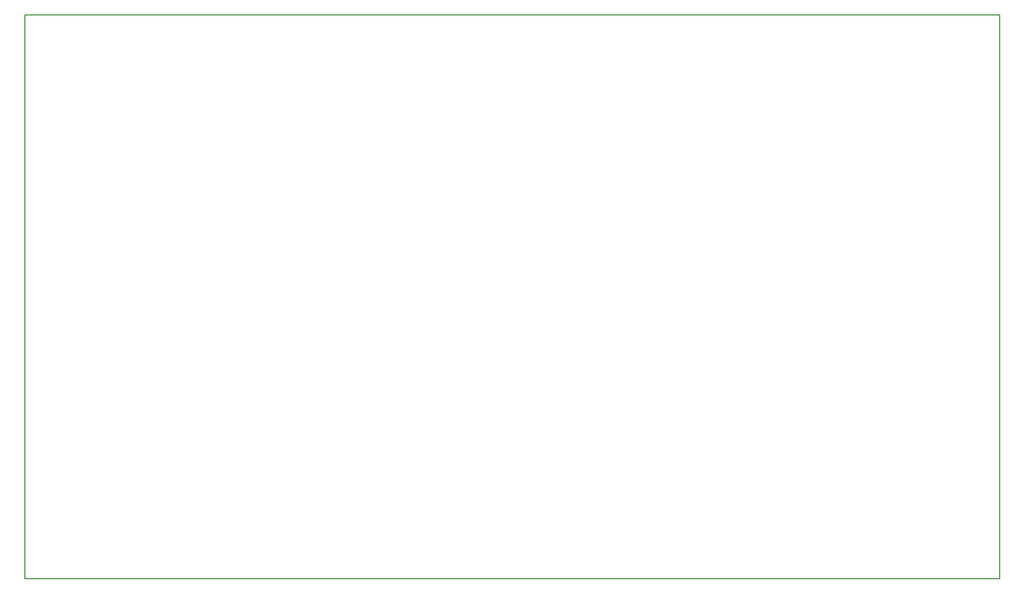
<source format=gko>
G04 #@! TF.GenerationSoftware,KiCad,Pcbnew,(5.1.2)-2*
G04 #@! TF.CreationDate,2019-08-11T11:02:35+02:00*
G04 #@! TF.ProjectId,Memory,4d656d6f-7279-42e6-9b69-6361645f7063,rev?*
G04 #@! TF.SameCoordinates,Original*
G04 #@! TF.FileFunction,Profile,NP*
%FSLAX46Y46*%
G04 Gerber Fmt 4.6, Leading zero omitted, Abs format (unit mm)*
G04 Created by KiCad (PCBNEW (5.1.2)-2) date 2019-08-11 11:02:35*
%MOMM*%
%LPD*%
G04 APERTURE LIST*
%ADD10C,0.150000*%
G04 APERTURE END LIST*
D10*
X172720000Y-139065000D02*
X23495000Y-139065000D01*
X23495000Y-52705000D02*
X172720000Y-52705000D01*
X23495000Y-139065000D02*
X23495000Y-52705000D01*
X172720000Y-52705000D02*
X172720000Y-139065000D01*
M02*

</source>
